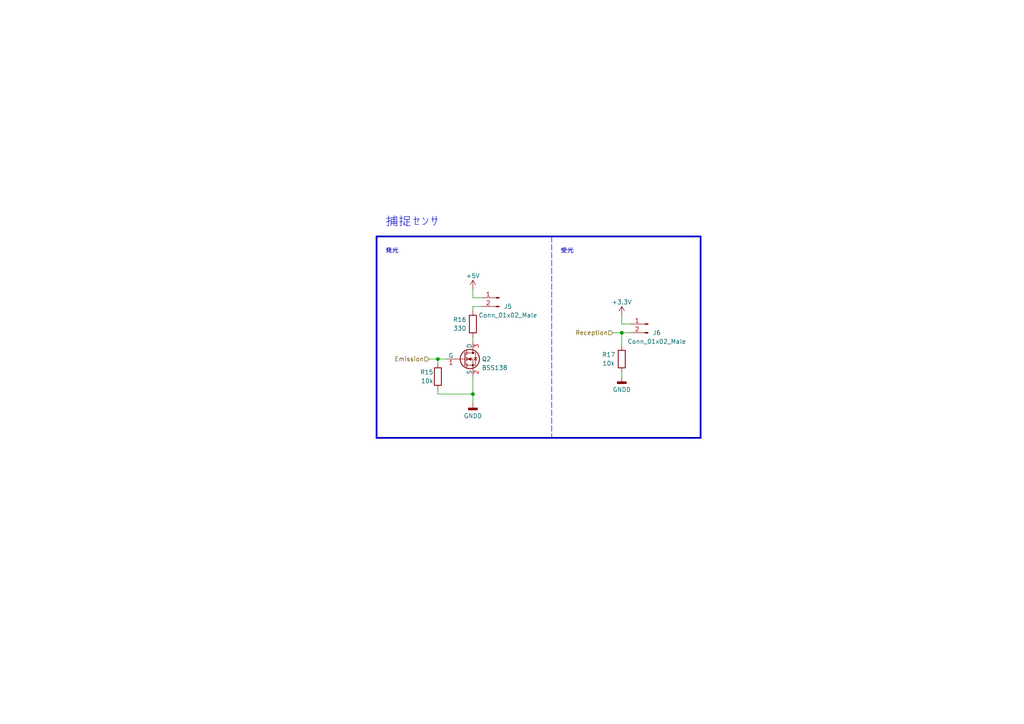
<source format=kicad_sch>
(kicad_sch (version 20230121) (generator eeschema)
  (paper "A4")
  (lib_symbols
    (symbol "Connector:Conn_01x02_Male" (pin_names (offset 1.016) hide)
      (property "Reference" "J" (at 0 2.54 0))
      (property "Value" "Conn_01x02_Male" (at 0 -5.08 0))
      (symbol "Conn_01x02_Male_1_1"
        (polyline (pts (xy 1.27 -2.54) (xy 0.8636 -2.54)) (stroke (width 0.1524)))
        (polyline (pts (xy 1.27 0) (xy 0.8636 0)) (stroke (width 0.1524)))
        (rectangle (start 0.8636 -2.413) (end 0 -2.667) (stroke (width 0.1524)) (fill (type outline)))
        (rectangle (start 0.8636 0.127) (end 0 -0.127) (stroke (width 0.1524)) (fill (type outline)))
        (pin passive line (at 5.08 0 180) (length 3.81) (name "Pin_1") (number "1"))
        (pin passive line (at 5.08 -2.54 180) (length 3.81) (name "Pin_2") (number "2"))
      )
    )
    (symbol "Device:R" (pin_numbers hide) (pin_names (offset 0))
      (property "Reference" "R" (at 2.032 0 90))
      (property "Value" "R" (at 0 0 90))
      (symbol "R_0_1"
        (rectangle (start -1.016 -2.54) (end 1.016 2.54) (stroke (width 0.254)))
      )
      (symbol "R_1_1"
        (pin passive line (at 0 3.81 270) (length 1.27) (name "~") (number "1"))
        (pin passive line (at 0 -3.81 90) (length 1.27) (name "~") (number "2"))
      )
    )
    (symbol "Q_NMOS_GSD_1" (pin_names (offset 0))
      (property "Reference" "Q" (at 5.08 1.27 0))
      (property "Value" "Q_NMOS_GSD_1" (at 5.08 -1.27 0))
      (symbol "Q_NMOS_GSD_1_0_1"
        (polyline (pts (xy 0.254 0) (xy -2.54 0)))
        (polyline (pts (xy 0.254 1.905) (xy 0.254 -1.905)) (stroke (width 0.254)))
        (polyline (pts (xy 0.762 -1.27) (xy 0.762 -2.286)) (stroke (width 0.254)))
        (polyline (pts (xy 0.762 0.508) (xy 0.762 -0.508)) (stroke (width 0.254)))
        (polyline (pts (xy 0.762 2.286) (xy 0.762 1.27)) (stroke (width 0.254)))
        (polyline (pts (xy 2.54 2.54) (xy 2.54 1.778)))
        (polyline (pts (xy 2.54 -2.54) (xy 2.54 0) (xy 0.762 0)))
        (polyline (pts (xy 0.762 -1.778) (xy 3.302 -1.778) (xy 3.302 1.778) (xy 0.762 1.778)))
        (polyline (pts (xy 1.016 0) (xy 2.032 0.381) (xy 2.032 -0.381) (xy 1.016 0)) (fill (type outline)))
        (polyline (pts (xy 2.794 0.508) (xy 2.921 0.381) (xy 3.683 0.381) (xy 3.81 0.254)))
        (polyline (pts (xy 3.302 0.381) (xy 2.921 -0.254) (xy 3.683 -0.254) (xy 3.302 0.381)))
        (circle (center 1.651 0) (radius 2.794) (stroke (width 0.254)))
        (circle (center 2.54 -1.778) (radius 0.254) (fill (type outline)))
        (circle (center 2.54 1.778) (radius 0.254) (fill (type outline)))
      )
      (symbol "Q_NMOS_GSD_1_1_1"
        (pin input line (at -5.08 0 0) (length 2.54) (name "G") (number "1"))
        (pin passive line (at 2.54 -5.08 90) (length 2.54) (name "S") (number "2"))
        (pin passive line (at 2.54 5.08 270) (length 2.54) (name "D") (number "3"))
      )
    )
    (symbol "power:+3.3V" (power) (pin_names (offset 0))
      (property "Value" "+3.3V" (at 0 3.556 0))
      (symbol "+3.3V_0_1"
        (polyline (pts (xy -0.762 1.27) (xy 0 2.54)))
        (polyline (pts (xy 0 0) (xy 0 2.54)))
        (polyline (pts (xy 0 2.54) (xy 0.762 1.27)))
      )
      (symbol "+3.3V_1_1"
        (pin power_in line (at 0 0 90) (length 0) hide (name "+3.3V") (number "1"))
      )
    )
    (symbol "power:+5V" (power) (pin_names (offset 0))
      (property "Value" "+5V" (at 0 3.556 0))
      (symbol "+5V_0_1"
        (polyline (pts (xy -0.762 1.27) (xy 0 2.54)))
        (polyline (pts (xy 0 0) (xy 0 2.54)))
        (polyline (pts (xy 0 2.54) (xy 0.762 1.27)))
      )
      (symbol "+5V_1_1"
        (pin power_in line (at 0 0 90) (length 0) hide (name "+5V") (number "1"))
      )
    )
    (symbol "power:GNDD" (power) (pin_names (offset 0))
      (property "Value" "GNDD" (at 0 -3.175 0))
      (symbol "GNDD_0_1"
        (rectangle (start -1.27 -1.524) (end 1.27 -2.032) (stroke (width 0.254)) (fill (type outline)))
        (polyline (pts (xy 0 0) (xy 0 -1.524)))
      )
      (symbol "GNDD_1_1"
        (pin power_in line (at 0 0 270) (length 0) hide (name "GNDD") (number "1"))
      )
    )
  )
  (junction (at 127 104.14))
  (junction (at 180.34 96.52))
  (junction (at 137.16 114.3))
  (polyline (pts (xy 109.22 127) (xy 109.22 68.58)) (stroke (width 0.5) (type solid)))
  (polyline (pts (xy 109.22 68.58) (xy 203.2 68.58)) (stroke (width 0.5) (type solid)))
  (wire (pts (xy 137.16 86.36) (xy 137.16 83.82)))
  (polyline (pts (xy 160.02 68.58) (xy 160.02 127)) (stroke (width 0) (type dash)))
  (wire (pts (xy 182.88 96.52) (xy 180.34 96.52)))
  (wire (pts (xy 177.8 96.52) (xy 180.34 96.52)))
  (polyline (pts (xy 203.2 127) (xy 203.2 68.58)) (stroke (width 0.5) (type solid)))
  (wire (pts (xy 180.34 107.95) (xy 180.34 109.22)))
  (polyline (pts (xy 109.22 127) (xy 203.2 127)) (stroke (width 0.5) (type solid)))
  (wire (pts (xy 127 104.14) (xy 127 105.41)))
  (wire (pts (xy 139.7 88.9) (xy 137.16 88.9)))
  (wire (pts (xy 182.88 93.98) (xy 180.34 93.98)))
  (wire (pts (xy 137.16 97.79) (xy 137.16 99.06)))
  (wire (pts (xy 137.16 88.9) (xy 137.16 90.17)))
  (wire (pts (xy 124.46 104.14) (xy 127 104.14)))
  (wire (pts (xy 180.34 93.98) (xy 180.34 91.44)))
  (wire (pts (xy 139.7 86.36) (xy 137.16 86.36)))
  (wire (pts (xy 137.16 114.3) (xy 137.16 109.22)))
  (wire (pts (xy 127 114.3) (xy 137.16 114.3)))
  (wire (pts (xy 180.34 96.52) (xy 180.34 100.33)))
  (wire (pts (xy 129.54 104.14) (xy 127 104.14)))
  (wire (pts (xy 127 113.03) (xy 127 114.3)))
  (wire (pts (xy 137.16 114.3) (xy 137.16 116.84)))
  (text "受光" (at 162.56 73.66 0) (effects (font (size 1.27 1.27)) (justify left bottom)))
  (text "捕捉センサ" (at 111.76 66.04 0) (effects (font (size 2.54 2.54)) (justify left bottom)))
  (text "発光" (at 111.76 73.66 0) (effects (font (size 1.27 1.27)) (justify left bottom)))
  (hierarchical_label "Emission" (shape input) (at 124.46 104.14 180))
  (hierarchical_label "Reception" (shape input) (at 177.8 96.52 180))
  (symbol (lib_id "power:GNDD") (at 137.16 116.84 0) (unit 1)
    (property "Reference" "#PWR027" (effects hide))
    (property "Value" "GNDD" (at 137.16 120.65 0))
  )
  (symbol (lib_id "power:+5V") (at 137.16 83.82 0) (unit 1)
    (property "Reference" "#PWR026" (effects hide))
    (property "Value" "+5V" (at 137.16 80.01 0))
  )
  (symbol (lib_id "power:+3.3V") (at 180.34 91.44 0) (unit 1)
    (property "Reference" "#PWR028" (effects hide))
    (property "Value" "+3.3V" (at 180.34 87.63 0))
  )
  (symbol (lib_id "Connector:Conn_01x02_Male") (at 144.78 86.36 0) (mirror y) (unit 1)
    (property "Reference" "J5" (at 147.32 88.9 0))
    (property "Value" "Conn_01x02_Male" (at 147.32 91.44 0))
    (property "Footprint" "Connector_Molex:Molex_SPOX_5267-02A_1x02_P2.50mm_Vertical" (effects hide))
  )
  (symbol (lib_id "Connector:Conn_01x02_Male") (at 187.96 93.98 0) (mirror y) (unit 1)
    (property "Reference" "J6" (at 190.5 96.52 0))
    (property "Value" "Conn_01x02_Male" (at 190.5 99.06 0))
    (property "Footprint" "Connector_Molex:Molex_SPOX_5267-02A_1x02_P2.50mm_Vertical" (effects hide))
  )
  (symbol (lib_id "Device:R") (at 180.34 104.14 0) (unit 1)
    (property "Reference" "R17" (at 176.53 102.87 0))
    (property "Value" "10k" (at 176.53 105.41 0))
    (property "Footprint" "Resistor_SMD:R_0603_1608Metric" (effects hide))
  )
  (symbol (lib_name "Q_NMOS_GSD_1") (lib_id "Device:Q_NMOS_GSD") (at 134.62 104.14 0) (unit 1)
    (property "Reference" "Q2" (at 139.7 104.14 0) (effects (justify left)))
    (property "Value" "BSS138" (at 139.7 106.68 0) (effects (justify left)))
    (property "Footprint" "Package_TO_SOT_SMD:SOT-23" (effects hide))
  )
  (symbol (lib_id "Device:R") (at 127 109.22 0) (mirror y) (unit 1)
    (property "Reference" "R15" (at 125.73 107.95 0) (effects (justify left)))
    (property "Value" "10k" (at 125.73 110.49 0) (effects (justify left)))
    (property "Footprint" "Resistor_SMD:R_0402_1005Metric" (effects hide))
  )
  (symbol (lib_id "Device:R") (at 137.16 93.98 0) (unit 1)
    (property "Reference" "R16" (at 133.35 92.71 0))
    (property "Value" "330" (at 133.35 95.25 0))
    (property "Footprint" "Resistor_SMD:R_0603_1608Metric" (effects hide))
  )
  (symbol (lib_id "power:GNDD") (at 180.34 109.22 0) (unit 1)
    (property "Reference" "#PWR029" (effects hide))
    (property "Value" "GNDD" (at 180.34 113.03 0))
  )
)
</source>
